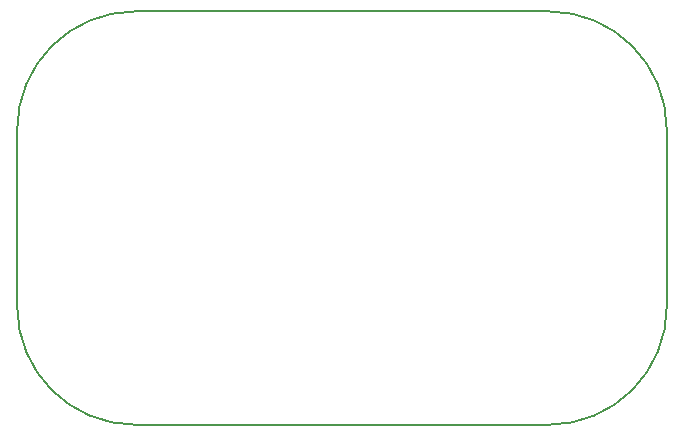
<source format=gbr>
%TF.GenerationSoftware,KiCad,Pcbnew,6.0.11-2627ca5db0~126~ubuntu22.04.1*%
%TF.CreationDate,2023-02-28T17:01:24-05:00*%
%TF.ProjectId,canbus-ds1820,63616e62-7573-42d6-9473-313832302e6b,1.0*%
%TF.SameCoordinates,Original*%
%TF.FileFunction,Profile,NP*%
%FSLAX46Y46*%
G04 Gerber Fmt 4.6, Leading zero omitted, Abs format (unit mm)*
G04 Created by KiCad (PCBNEW 6.0.11-2627ca5db0~126~ubuntu22.04.1) date 2023-02-28 17:01:24*
%MOMM*%
%LPD*%
G01*
G04 APERTURE LIST*
%TA.AperFunction,Profile*%
%ADD10C,0.150000*%
%TD*%
G04 APERTURE END LIST*
D10*
%TO.C,BOARD*%
X64991268Y-68617468D02*
X99991268Y-68617468D01*
X109991268Y-78617468D02*
X109991268Y-93617468D01*
X54991268Y-78617468D02*
X54991268Y-93617468D01*
X64991268Y-103617468D02*
X99991268Y-103617468D01*
X99991268Y-103617468D02*
G75*
G03*
X109991268Y-93617468I2J9999998D01*
G01*
X54991262Y-93617468D02*
G75*
G03*
X64991268Y-103617468I10000008J8D01*
G01*
X109991272Y-78617468D02*
G75*
G03*
X99991268Y-68617468I-10000002J-2D01*
G01*
X64991268Y-68617468D02*
G75*
G03*
X54991268Y-78617468I-1J-9999999D01*
G01*
%TD*%
M02*

</source>
